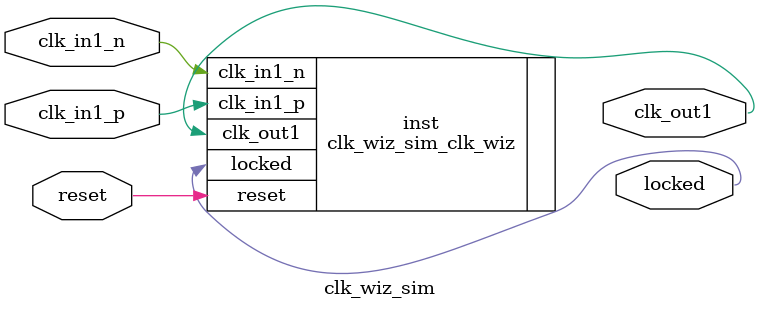
<source format=v>


`timescale 1ps/1ps

(* CORE_GENERATION_INFO = "clk_wiz_sim,clk_wiz_v6_0_5_0_0,{component_name=clk_wiz_sim,use_phase_alignment=true,use_min_o_jitter=false,use_max_i_jitter=false,use_dyn_phase_shift=false,use_inclk_switchover=false,use_dyn_reconfig=false,enable_axi=0,feedback_source=FDBK_AUTO,PRIMITIVE=MMCM,num_out_clk=1,clkin1_period=5.000,clkin2_period=10.0,use_power_down=false,use_reset=true,use_locked=true,use_inclk_stopped=false,feedback_type=SINGLE,CLOCK_MGR_TYPE=NA,manual_override=false}" *)

module clk_wiz_sim 
 (
  // Clock out ports
  output        clk_out1,
  // Status and control signals
  input         reset,
  output        locked,
 // Clock in ports
  input         clk_in1_p,
  input         clk_in1_n
 );

  clk_wiz_sim_clk_wiz inst
  (
  // Clock out ports  
  .clk_out1(clk_out1),
  // Status and control signals               
  .reset(reset), 
  .locked(locked),
 // Clock in ports
  .clk_in1_p(clk_in1_p),
  .clk_in1_n(clk_in1_n)
  );

endmodule

</source>
